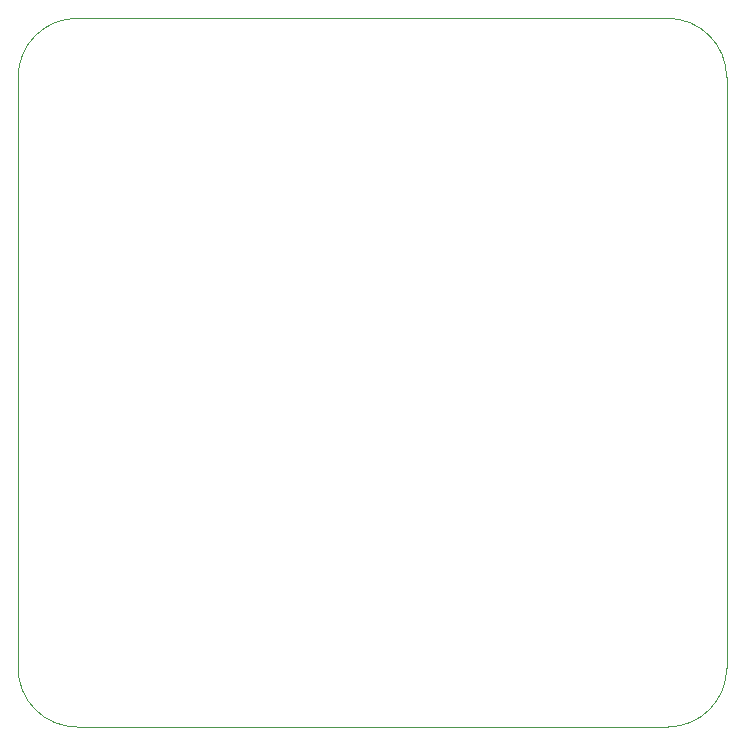
<source format=gbr>
%TF.GenerationSoftware,KiCad,Pcbnew,9.0.1*%
%TF.CreationDate,2025-04-07T20:17:48+02:00*%
%TF.ProjectId,PCB_COM,5043425f-434f-44d2-9e6b-696361645f70,rev?*%
%TF.SameCoordinates,Original*%
%TF.FileFunction,Profile,NP*%
%FSLAX46Y46*%
G04 Gerber Fmt 4.6, Leading zero omitted, Abs format (unit mm)*
G04 Created by KiCad (PCBNEW 9.0.1) date 2025-04-07 20:17:48*
%MOMM*%
%LPD*%
G01*
G04 APERTURE LIST*
%TA.AperFunction,Profile*%
%ADD10C,0.050000*%
%TD*%
G04 APERTURE END LIST*
D10*
X173000000Y-70000000D02*
G75*
G02*
X178000000Y-75000000I0J-5000000D01*
G01*
X118000000Y-75000000D02*
G75*
G02*
X123000000Y-70000000I5000000J0D01*
G01*
X123000000Y-70000000D02*
X173000000Y-70000000D01*
X178000000Y-125000000D02*
G75*
G02*
X173000000Y-130000000I-5000000J0D01*
G01*
X123000000Y-130000000D02*
X173000000Y-130000000D01*
X118000000Y-75000000D02*
X118000000Y-125000000D01*
X178000000Y-125000000D02*
X178000000Y-75000000D01*
X123000000Y-130000000D02*
G75*
G02*
X118000000Y-125000000I0J5000000D01*
G01*
M02*

</source>
